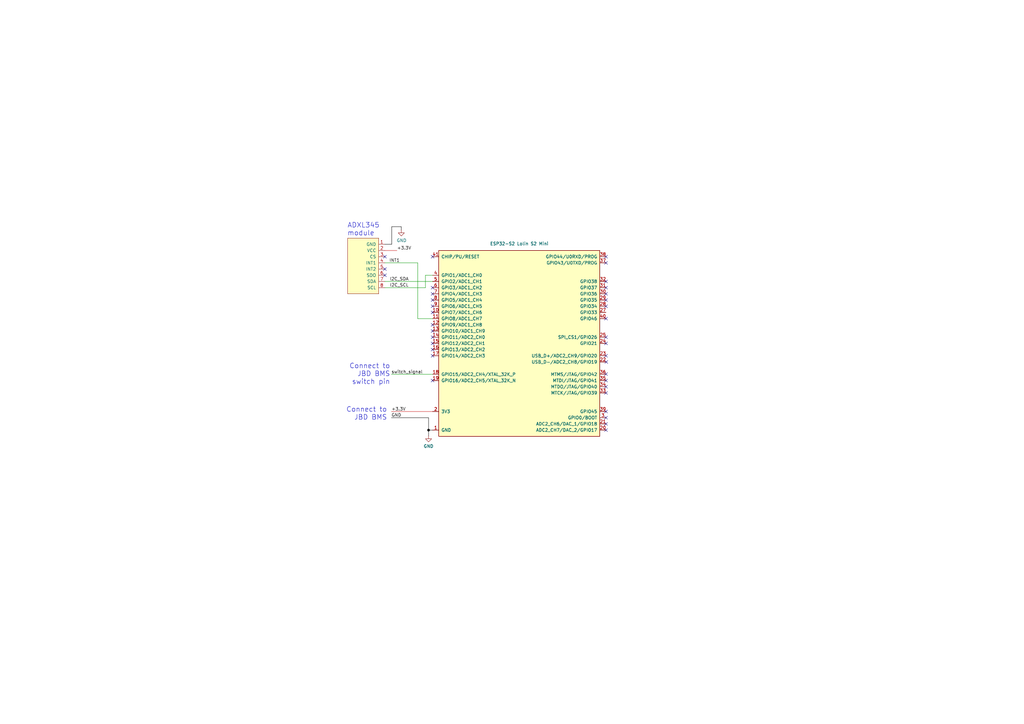
<source format=kicad_sch>
(kicad_sch (version 20230121) (generator eeschema)
  (paper "A3")
  (lib_symbols
    (symbol "Espressif:ESP32-S2-WROOM" (pin_names (offset 1.016))
      (property "Value" "ESP32-S2 Lolin S2 Mini" (at 0 40.894 0))
      (symbol "ESP32-S2-WROOM_0_0"
        (pin passive line (at -35.56 -35.56 0) (length 2.54) hide (name "GND") (number "43"))
      )
      (symbol "ESP32-S2-WROOM_1_1"
        (rectangle (start -33.02 38.1) (end 33.02 -38.1) (stroke (width 0.254)) (fill (type background)))
        (pin power_in line (at -35.56 -35.56 0) (length 2.54) (name "GND") (number "1"))
        (pin bidirectional line (at -35.56 12.7 0) (length 2.54) (name "GPIO7/ADC1_CH6") (number "10"))
        (pin bidirectional line (at -35.56 10.16 0) (length 2.54) (name "GPIO8/ADC1_CH7") (number "11"))
        (pin bidirectional line (at -35.56 7.62 0) (length 2.54) (name "GPIO9/ADC1_CH8") (number "12"))
        (pin bidirectional line (at -35.56 5.08 0) (length 2.54) (name "GPIO10/ADC1_CH9") (number "13"))
        (pin bidirectional line (at -35.56 2.54 0) (length 2.54) (name "GPIO11/ADC2_CH0") (number "14"))
        (pin bidirectional line (at -35.56 0 0) (length 2.54) (name "GPIO12/ADC2_CH1") (number "15"))
        (pin bidirectional line (at -35.56 -2.54 0) (length 2.54) (name "GPIO13/ADC2_CH2") (number "16"))
        (pin bidirectional line (at -35.56 -5.08 0) (length 2.54) (name "GPIO14/ADC2_CH3") (number "17"))
        (pin bidirectional line (at -35.56 -12.7 0) (length 2.54) (name "GPIO15/ADC2_CH4/XTAL_32K_P") (number "18"))
        (pin bidirectional line (at -35.56 -15.24 0) (length 2.54) (name "GPIO16/ADC2_CH5/XTAL_32K_N") (number "19"))
        (pin power_in line (at -35.56 -27.94 0) (length 2.54) (name "3V3") (number "2"))
        (pin bidirectional line (at 35.56 -35.56 180) (length 2.54) (name "ADC2_CH7/DAC_2/GPIO17") (number "20"))
        (pin bidirectional line (at 35.56 -33.02 180) (length 2.54) (name "ADC2_CH6/DAC_1/GPIO18") (number "21"))
        (pin bidirectional line (at 35.56 -7.62 180) (length 2.54) (name "USB_D-/ADC2_CH8/GPIO19") (number "22"))
        (pin bidirectional line (at 35.56 -5.08 180) (length 2.54) (name "USB_D+/ADC2_CH9/GPIO20") (number "23"))
        (pin bidirectional line (at 35.56 0 180) (length 2.54) (name "GPIO21") (number "24"))
        (pin bidirectional line (at 35.56 2.54 180) (length 2.54) (name "SPI_CS1/GPIO26") (number "25"))
        (pin passive line (at -35.56 -35.56 0) (length 2.54) hide (name "GND") (number "26"))
        (pin bidirectional line (at 35.56 12.7 180) (length 2.54) (name "GPIO33") (number "27"))
        (pin bidirectional line (at 35.56 15.24 180) (length 2.54) (name "GPIO34") (number "28"))
        (pin bidirectional line (at 35.56 17.78 180) (length 2.54) (name "GPIO35") (number "29"))
        (pin bidirectional line (at 35.56 -30.48 180) (length 2.54) (name "GPIO0/BOOT") (number "3"))
        (pin bidirectional line (at 35.56 20.32 180) (length 2.54) (name "GPIO36") (number "30"))
        (pin bidirectional line (at 35.56 22.86 180) (length 2.54) (name "GPIO37") (number "31"))
        (pin bidirectional line (at 35.56 25.4 180) (length 2.54) (name "GPIO38") (number "32"))
        (pin bidirectional line (at 35.56 -20.32 180) (length 2.54) (name "MTCK/JTAG/GPIO39") (number "33"))
        (pin bidirectional line (at 35.56 -17.78 180) (length 2.54) (name "MTDO/JTAG/GPIO40") (number "34"))
        (pin bidirectional line (at 35.56 -15.24 180) (length 2.54) (name "MTDI/JTAG/GPIO41") (number "35"))
        (pin bidirectional line (at 35.56 -12.7 180) (length 2.54) (name "MTMS/JTAG/GPIO42") (number "36"))
        (pin bidirectional line (at 35.56 33.02 180) (length 2.54) (name "GPIO43/U0TXD/PROG") (number "37"))
        (pin bidirectional line (at 35.56 35.56 180) (length 2.54) (name "GPIO44/U0RXD/PROG") (number "38"))
        (pin bidirectional line (at 35.56 -27.94 180) (length 2.54) (name "GPIO45") (number "39"))
        (pin bidirectional line (at -35.56 27.94 0) (length 2.54) (name "GPIO1/ADC1_CH0") (number "4"))
        (pin input line (at 35.56 10.16 180) (length 2.54) (name "GPIO46") (number "40"))
        (pin input line (at -35.56 35.56 0) (length 2.54) (name "CHIP/PU/RESET") (number "41"))
        (pin passive line (at -35.56 -35.56 0) (length 2.54) hide (name "GND") (number "42"))
        (pin bidirectional line (at -35.56 25.4 0) (length 2.54) (name "GPIO2/ADC1_CH1") (number "5"))
        (pin bidirectional line (at -35.56 22.86 0) (length 2.54) (name "GPIO3/ADC1_CH2") (number "6"))
        (pin bidirectional line (at -35.56 20.32 0) (length 2.54) (name "GPIO4/ADC1_CH3") (number "7"))
        (pin bidirectional line (at -35.56 17.78 0) (length 2.54) (name "GPIO5/ADC1_CH4") (number "8"))
        (pin bidirectional line (at -35.56 15.24 0) (length 2.54) (name "GPIO6/ADC1_CH5") (number "9"))
      )
    )
    (symbol "power:GND" (power) (pin_names (offset 0))
      (property "Value" "GND" (at 0 -3.81 0))
      (symbol "GND_0_1"
        (polyline (pts (xy 0 0) (xy 0 -1.27) (xy 1.27 -1.27) (xy 0 -2.54) (xy -1.27 -1.27) (xy 0 -1.27)))
      )
      (symbol "GND_1_1"
        (pin power_in line (at 0 0 270) (length 0) hide (name "GND") (number "1"))
      )
    )
    (symbol "schematic-OLED_SPI-Bafang_M500_M600-rescue:SSD1306-SPI-OLED-schematic-rescue" (pin_names (offset 1.016))
      (symbol "SSD1306-SPI-OLED-schematic-rescue_0_1"
        (rectangle (start -6.35 11.43) (end 6.35 -11.43) (fill (type background)))
      )
      (symbol "SSD1306-SPI-OLED-schematic-rescue_1_1"
        (pin input line (at 8.89 8.89 180) (length 2.54) (name "GND") (number "1"))
        (pin input line (at 8.89 6.35 180) (length 2.54) (name "VCC") (number "2"))
        (pin input line (at 8.89 3.81 180) (length 2.54) (name "CS") (number "3"))
        (pin input line (at 8.89 1.27 180) (length 2.54) (name "INT1") (number "4"))
        (pin input line (at 8.89 -1.27 180) (length 2.54) (name "INT2") (number "5"))
        (pin input line (at 8.89 -3.81 180) (length 2.54) (name "SDO") (number "6"))
        (pin input line (at 8.89 -6.35 180) (length 2.54) (name "SDA") (number "7"))
        (pin input line (at 8.89 -8.89 180) (length 2.54) (name "SCL") (number "8"))
      )
    )
  )
  (junction (at 175.768 176.403) (color 0 0 0 1))
  (no_connect (at 248.539 173.863))
  (no_connect (at 177.419 156.083))
  (no_connect (at 157.861 112.903))
  (no_connect (at 157.861 105.283))
  (no_connect (at 248.539 176.403))
  (no_connect (at 177.419 133.223))
  (no_connect (at 177.419 140.843))
  (no_connect (at 177.419 145.923))
  (no_connect (at 248.539 153.416))
  (no_connect (at 248.539 156.083))
  (no_connect (at 248.539 158.623))
  (no_connect (at 248.539 168.783))
  (no_connect (at 248.539 161.163))
  (no_connect (at 248.539 171.323))
  (no_connect (at 177.419 143.383))
  (no_connect (at 177.419 125.603))
  (no_connect (at 177.419 105.283))
  (no_connect (at 177.419 123.063))
  (no_connect (at 177.419 135.763))
  (no_connect (at 177.419 120.523))
  (no_connect (at 177.419 117.983))
  (no_connect (at 248.539 107.823))
  (no_connect (at 248.539 120.523))
  (no_connect (at 248.539 115.443))
  (no_connect (at 248.539 105.283))
  (no_connect (at 248.539 125.603))
  (no_connect (at 248.539 145.923))
  (no_connect (at 248.666 148.463))
  (no_connect (at 248.539 138.303))
  (no_connect (at 248.539 130.683))
  (no_connect (at 248.539 140.843))
  (no_connect (at 177.419 138.303))
  (no_connect (at 177.419 128.143))
  (no_connect (at 248.539 123.063))
  (no_connect (at 157.861 110.363))
  (no_connect (at 248.539 117.983))
  (wire (pts (xy 164.592 92.964) (xy 164.592 94.234)) (stroke (width 0) (color 0 0 0 1)))
  (wire (pts (xy 160.528 171.323) (xy 175.768 171.323)) (stroke (width 0) (color 0 0 0 1)))
  (wire (pts (xy 177.419 130.683) (xy 171.323 130.683)))
  (wire (pts (xy 157.861 100.203) (xy 160.655 100.203)) (stroke (width 0) (color 0 0 0 1)))
  (wire (pts (xy 175.768 171.323) (xy 175.768 176.403)) (stroke (width 0) (color 0 0 0 1)))
  (wire (pts (xy 175.768 176.403) (xy 177.419 176.403)) (stroke (width 0) (color 0 0 0 1)))
  (wire (pts (xy 160.655 100.203) (xy 160.655 92.964)) (stroke (width 0) (color 0 0 0 1)))
  (wire (pts (xy 171.323 130.683) (xy 171.323 107.823)))
  (wire (pts (xy 157.861 107.823) (xy 171.323 107.823)))
  (wire (pts (xy 160.655 92.964) (xy 164.592 92.964)) (stroke (width 0) (color 0 0 0 1)))
  (wire (pts (xy 157.861 117.983) (xy 174.498 117.983)))
  (wire (pts (xy 160.528 153.543) (xy 177.419 153.543)))
  (wire (pts (xy 175.768 176.403) (xy 175.768 178.689)) (stroke (width 0) (color 0 0 0 1)))
  (wire (pts (xy 157.861 102.743) (xy 162.814 102.743)) (stroke (width 0) (color 194 0 0 1)))
  (wire (pts (xy 157.861 115.443) (xy 177.419 115.443)))
  (wire (pts (xy 160.528 168.783) (xy 177.419 168.783)) (stroke (width 0) (color 194 0 0 1)))
  (wire (pts (xy 177.419 112.903) (xy 174.498 112.903)))
  (wire (pts (xy 174.498 112.903) (xy 174.498 117.983)))
  (text "ADXL345\nmodule" (at 142.494 96.901 0) (effects (font (size 2.0066 2.0066)) (justify left bottom)))
  (text "Connect to\nJBD BMS" (at 158.75 172.466 0) (effects (font (size 2.0066 2.0066)) (justify right bottom)))
  (text "Connect to\nJBD BMS\nswitch pin" (at 160.02 157.861 0) (effects (font (size 2.0066 2.0066)) (justify right bottom)))
  (label "INT1" (at 163.957 107.823 180))
  (label "I2C_SDA" (at 167.64 115.443 180))
  (label "GND" (at 160.528 171.323 0))
  (label "+3.3V" (at 160.528 168.783 0))
  (label "+3.3V" (at 162.814 102.743 0))
  (label "switch_signal" (at 160.528 153.543 0))
  (label "I2C_SCL" (at 167.64 117.983 180))
  (symbol (lib_id "schematic-OLED_SPI-Bafang_M500_M600-rescue:SSD1306-SPI-OLED-schematic-rescue") (at 148.971 109.093 0) (unit 1)
    (property "Reference" "NA?" (effects hide))
    (property "Value" "ADXL345\nmodule" (effects hide))
  )
  (symbol (lib_id "Espressif:ESP32-S2-WROOM") (at 212.979 140.843 0) (unit 1)
    (property "Reference" "U?" (effects hide))
    (property "Value" "ESP32-S2 Lolin S2 Mini" (at 212.979 99.949 0))
    (property "Footprint" "Espressif:ESP32-S2-WROOM" (effects hide))
    (property "Datasheet" "https://www.espressif.com/sites/default/files/documentation/esp32-s2-wroom_esp32-s2-wroom-i_datasheet_en.pdf" (effects hide))
  )
  (symbol (lib_id "power:GND") (at 175.768 178.689 0) (unit 1)
    (property "Reference" "#PWR01" (effects hide))
    (property "Value" "GND" (at 175.768 183.007 0))
  )
  (symbol (lib_id "power:GND") (at 164.592 94.234 0) (unit 1)
    (property "Reference" "#PWR?" (effects hide))
    (property "Value" "GND" (at 164.719 98.6282 0))
  )
)
</source>
